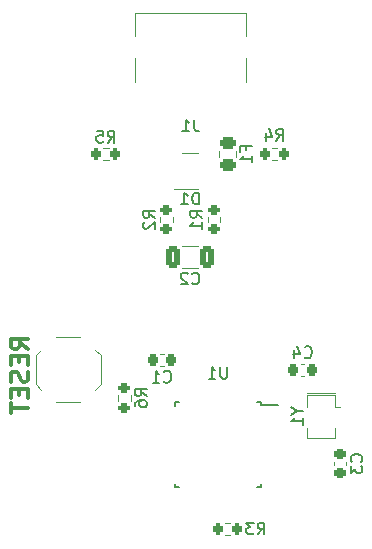
<source format=gbr>
%TF.GenerationSoftware,KiCad,Pcbnew,8.0.7*%
%TF.CreationDate,2025-02-15T22:59:02+05:30*%
%TF.ProjectId,isopcb,69736f70-6362-42e6-9b69-6361645f7063,rev?*%
%TF.SameCoordinates,Original*%
%TF.FileFunction,Legend,Bot*%
%TF.FilePolarity,Positive*%
%FSLAX46Y46*%
G04 Gerber Fmt 4.6, Leading zero omitted, Abs format (unit mm)*
G04 Created by KiCad (PCBNEW 8.0.7) date 2025-02-15 22:59:02*
%MOMM*%
%LPD*%
G01*
G04 APERTURE LIST*
G04 Aperture macros list*
%AMRoundRect*
0 Rectangle with rounded corners*
0 $1 Rounding radius*
0 $2 $3 $4 $5 $6 $7 $8 $9 X,Y pos of 4 corners*
0 Add a 4 corners polygon primitive as box body*
4,1,4,$2,$3,$4,$5,$6,$7,$8,$9,$2,$3,0*
0 Add four circle primitives for the rounded corners*
1,1,$1+$1,$2,$3*
1,1,$1+$1,$4,$5*
1,1,$1+$1,$6,$7*
1,1,$1+$1,$8,$9*
0 Add four rect primitives between the rounded corners*
20,1,$1+$1,$2,$3,$4,$5,0*
20,1,$1+$1,$4,$5,$6,$7,0*
20,1,$1+$1,$6,$7,$8,$9,0*
20,1,$1+$1,$8,$9,$2,$3,0*%
G04 Aperture macros list end*
%ADD10C,0.300000*%
%ADD11C,0.150000*%
%ADD12C,0.120000*%
%ADD13C,3.987800*%
%ADD14C,1.701800*%
%ADD15C,3.048000*%
%ADD16C,2.300000*%
%ADD17RoundRect,0.225000X0.250000X-0.225000X0.250000X0.225000X-0.250000X0.225000X-0.250000X-0.225000X0*%
%ADD18RoundRect,0.225000X-0.225000X-0.250000X0.225000X-0.250000X0.225000X0.250000X-0.225000X0.250000X0*%
%ADD19RoundRect,0.243750X-0.456250X0.243750X-0.456250X-0.243750X0.456250X-0.243750X0.456250X0.243750X0*%
%ADD20C,0.650000*%
%ADD21R,0.600000X1.450000*%
%ADD22R,0.300000X1.450000*%
%ADD23O,1.000000X1.600000*%
%ADD24O,1.000000X2.100000*%
%ADD25RoundRect,0.200000X-0.200000X-0.275000X0.200000X-0.275000X0.200000X0.275000X-0.200000X0.275000X0*%
%ADD26R,1.900000X0.400000*%
%ADD27RoundRect,0.200000X0.200000X0.275000X-0.200000X0.275000X-0.200000X-0.275000X0.200000X-0.275000X0*%
%ADD28RoundRect,0.200000X0.275000X-0.200000X0.275000X0.200000X-0.275000X0.200000X-0.275000X-0.200000X0*%
%ADD29RoundRect,0.250000X-0.325000X-0.650000X0.325000X-0.650000X0.325000X0.650000X-0.325000X0.650000X0*%
%ADD30RoundRect,0.225000X0.225000X0.250000X-0.225000X0.250000X-0.225000X-0.250000X0.225000X-0.250000X0*%
%ADD31RoundRect,0.200000X-0.275000X0.200000X-0.275000X-0.200000X0.275000X-0.200000X0.275000X0.200000X0*%
%ADD32R,1.000000X1.700000*%
%ADD33R,0.700000X1.000000*%
%ADD34R,0.700000X0.600000*%
%ADD35R,1.600000X0.550000*%
%ADD36R,0.550000X1.600000*%
G04 APERTURE END LIST*
D10*
X150603828Y-95068253D02*
X149889542Y-94568253D01*
X150603828Y-94211110D02*
X149103828Y-94211110D01*
X149103828Y-94211110D02*
X149103828Y-94782539D01*
X149103828Y-94782539D02*
X149175257Y-94925396D01*
X149175257Y-94925396D02*
X149246685Y-94996825D01*
X149246685Y-94996825D02*
X149389542Y-95068253D01*
X149389542Y-95068253D02*
X149603828Y-95068253D01*
X149603828Y-95068253D02*
X149746685Y-94996825D01*
X149746685Y-94996825D02*
X149818114Y-94925396D01*
X149818114Y-94925396D02*
X149889542Y-94782539D01*
X149889542Y-94782539D02*
X149889542Y-94211110D01*
X149818114Y-95711110D02*
X149818114Y-96211110D01*
X150603828Y-96425396D02*
X150603828Y-95711110D01*
X150603828Y-95711110D02*
X149103828Y-95711110D01*
X149103828Y-95711110D02*
X149103828Y-96425396D01*
X150532400Y-96996825D02*
X150603828Y-97211111D01*
X150603828Y-97211111D02*
X150603828Y-97568253D01*
X150603828Y-97568253D02*
X150532400Y-97711111D01*
X150532400Y-97711111D02*
X150460971Y-97782539D01*
X150460971Y-97782539D02*
X150318114Y-97853968D01*
X150318114Y-97853968D02*
X150175257Y-97853968D01*
X150175257Y-97853968D02*
X150032400Y-97782539D01*
X150032400Y-97782539D02*
X149960971Y-97711111D01*
X149960971Y-97711111D02*
X149889542Y-97568253D01*
X149889542Y-97568253D02*
X149818114Y-97282539D01*
X149818114Y-97282539D02*
X149746685Y-97139682D01*
X149746685Y-97139682D02*
X149675257Y-97068253D01*
X149675257Y-97068253D02*
X149532400Y-96996825D01*
X149532400Y-96996825D02*
X149389542Y-96996825D01*
X149389542Y-96996825D02*
X149246685Y-97068253D01*
X149246685Y-97068253D02*
X149175257Y-97139682D01*
X149175257Y-97139682D02*
X149103828Y-97282539D01*
X149103828Y-97282539D02*
X149103828Y-97639682D01*
X149103828Y-97639682D02*
X149175257Y-97853968D01*
X149818114Y-98496824D02*
X149818114Y-98996824D01*
X150603828Y-99211110D02*
X150603828Y-98496824D01*
X150603828Y-98496824D02*
X149103828Y-98496824D01*
X149103828Y-98496824D02*
X149103828Y-99211110D01*
X149103828Y-99639682D02*
X149103828Y-100496825D01*
X150603828Y-100068253D02*
X149103828Y-100068253D01*
D11*
X178784680Y-104620433D02*
X178832300Y-104572814D01*
X178832300Y-104572814D02*
X178879919Y-104429957D01*
X178879919Y-104429957D02*
X178879919Y-104334719D01*
X178879919Y-104334719D02*
X178832300Y-104191862D01*
X178832300Y-104191862D02*
X178737061Y-104096624D01*
X178737061Y-104096624D02*
X178641823Y-104049005D01*
X178641823Y-104049005D02*
X178451347Y-104001386D01*
X178451347Y-104001386D02*
X178308490Y-104001386D01*
X178308490Y-104001386D02*
X178118014Y-104049005D01*
X178118014Y-104049005D02*
X178022776Y-104096624D01*
X178022776Y-104096624D02*
X177927538Y-104191862D01*
X177927538Y-104191862D02*
X177879919Y-104334719D01*
X177879919Y-104334719D02*
X177879919Y-104429957D01*
X177879919Y-104429957D02*
X177927538Y-104572814D01*
X177927538Y-104572814D02*
X177975157Y-104620433D01*
X177879919Y-104953767D02*
X177879919Y-105572814D01*
X177879919Y-105572814D02*
X178260871Y-105239481D01*
X178260871Y-105239481D02*
X178260871Y-105382338D01*
X178260871Y-105382338D02*
X178308490Y-105477576D01*
X178308490Y-105477576D02*
X178356109Y-105525195D01*
X178356109Y-105525195D02*
X178451347Y-105572814D01*
X178451347Y-105572814D02*
X178689442Y-105572814D01*
X178689442Y-105572814D02*
X178784680Y-105525195D01*
X178784680Y-105525195D02*
X178832300Y-105477576D01*
X178832300Y-105477576D02*
X178879919Y-105382338D01*
X178879919Y-105382338D02*
X178879919Y-105096624D01*
X178879919Y-105096624D02*
X178832300Y-105001386D01*
X178832300Y-105001386D02*
X178784680Y-104953767D01*
X162081466Y-97827280D02*
X162129085Y-97874900D01*
X162129085Y-97874900D02*
X162271942Y-97922519D01*
X162271942Y-97922519D02*
X162367180Y-97922519D01*
X162367180Y-97922519D02*
X162510037Y-97874900D01*
X162510037Y-97874900D02*
X162605275Y-97779661D01*
X162605275Y-97779661D02*
X162652894Y-97684423D01*
X162652894Y-97684423D02*
X162700513Y-97493947D01*
X162700513Y-97493947D02*
X162700513Y-97351090D01*
X162700513Y-97351090D02*
X162652894Y-97160614D01*
X162652894Y-97160614D02*
X162605275Y-97065376D01*
X162605275Y-97065376D02*
X162510037Y-96970138D01*
X162510037Y-96970138D02*
X162367180Y-96922519D01*
X162367180Y-96922519D02*
X162271942Y-96922519D01*
X162271942Y-96922519D02*
X162129085Y-96970138D01*
X162129085Y-96970138D02*
X162081466Y-97017757D01*
X161129085Y-97922519D02*
X161700513Y-97922519D01*
X161414799Y-97922519D02*
X161414799Y-96922519D01*
X161414799Y-96922519D02*
X161510037Y-97065376D01*
X161510037Y-97065376D02*
X161605275Y-97160614D01*
X161605275Y-97160614D02*
X161700513Y-97208233D01*
X168989109Y-78242966D02*
X168989109Y-77909633D01*
X169512919Y-77909633D02*
X168512919Y-77909633D01*
X168512919Y-77909633D02*
X168512919Y-78385823D01*
X169512919Y-79290585D02*
X169512919Y-78719157D01*
X169512919Y-79004871D02*
X168512919Y-79004871D01*
X168512919Y-79004871D02*
X168655776Y-78909633D01*
X168655776Y-78909633D02*
X168751014Y-78814395D01*
X168751014Y-78814395D02*
X168798633Y-78719157D01*
X164629233Y-75662619D02*
X164629233Y-76376904D01*
X164629233Y-76376904D02*
X164676852Y-76519761D01*
X164676852Y-76519761D02*
X164772090Y-76615000D01*
X164772090Y-76615000D02*
X164914947Y-76662619D01*
X164914947Y-76662619D02*
X165010185Y-76662619D01*
X163629233Y-76662619D02*
X164200661Y-76662619D01*
X163914947Y-76662619D02*
X163914947Y-75662619D01*
X163914947Y-75662619D02*
X164010185Y-75805476D01*
X164010185Y-75805476D02*
X164105423Y-75900714D01*
X164105423Y-75900714D02*
X164200661Y-75948333D01*
X171605866Y-77443719D02*
X171939199Y-76967528D01*
X172177294Y-77443719D02*
X172177294Y-76443719D01*
X172177294Y-76443719D02*
X171796342Y-76443719D01*
X171796342Y-76443719D02*
X171701104Y-76491338D01*
X171701104Y-76491338D02*
X171653485Y-76538957D01*
X171653485Y-76538957D02*
X171605866Y-76634195D01*
X171605866Y-76634195D02*
X171605866Y-76777052D01*
X171605866Y-76777052D02*
X171653485Y-76872290D01*
X171653485Y-76872290D02*
X171701104Y-76919909D01*
X171701104Y-76919909D02*
X171796342Y-76967528D01*
X171796342Y-76967528D02*
X172177294Y-76967528D01*
X170748723Y-76777052D02*
X170748723Y-77443719D01*
X170986818Y-76396100D02*
X171224913Y-77110385D01*
X171224913Y-77110385D02*
X170605866Y-77110385D01*
X170018466Y-110779119D02*
X170351799Y-110302928D01*
X170589894Y-110779119D02*
X170589894Y-109779119D01*
X170589894Y-109779119D02*
X170208942Y-109779119D01*
X170208942Y-109779119D02*
X170113704Y-109826738D01*
X170113704Y-109826738D02*
X170066085Y-109874357D01*
X170066085Y-109874357D02*
X170018466Y-109969595D01*
X170018466Y-109969595D02*
X170018466Y-110112452D01*
X170018466Y-110112452D02*
X170066085Y-110207690D01*
X170066085Y-110207690D02*
X170113704Y-110255309D01*
X170113704Y-110255309D02*
X170208942Y-110302928D01*
X170208942Y-110302928D02*
X170589894Y-110302928D01*
X169685132Y-109779119D02*
X169066085Y-109779119D01*
X169066085Y-109779119D02*
X169399418Y-110160071D01*
X169399418Y-110160071D02*
X169256561Y-110160071D01*
X169256561Y-110160071D02*
X169161323Y-110207690D01*
X169161323Y-110207690D02*
X169113704Y-110255309D01*
X169113704Y-110255309D02*
X169066085Y-110350547D01*
X169066085Y-110350547D02*
X169066085Y-110588642D01*
X169066085Y-110588642D02*
X169113704Y-110683880D01*
X169113704Y-110683880D02*
X169161323Y-110731500D01*
X169161323Y-110731500D02*
X169256561Y-110779119D01*
X169256561Y-110779119D02*
X169542275Y-110779119D01*
X169542275Y-110779119D02*
X169637513Y-110731500D01*
X169637513Y-110731500D02*
X169685132Y-110683880D01*
X173386328Y-100304809D02*
X173862519Y-100304809D01*
X172862519Y-99971476D02*
X173386328Y-100304809D01*
X173386328Y-100304809D02*
X172862519Y-100638142D01*
X173862519Y-101495285D02*
X173862519Y-100923857D01*
X173862519Y-101209571D02*
X172862519Y-101209571D01*
X172862519Y-101209571D02*
X173005376Y-101114333D01*
X173005376Y-101114333D02*
X173100614Y-101019095D01*
X173100614Y-101019095D02*
X173148233Y-100923857D01*
X157319266Y-77601119D02*
X157652599Y-77124928D01*
X157890694Y-77601119D02*
X157890694Y-76601119D01*
X157890694Y-76601119D02*
X157509742Y-76601119D01*
X157509742Y-76601119D02*
X157414504Y-76648738D01*
X157414504Y-76648738D02*
X157366885Y-76696357D01*
X157366885Y-76696357D02*
X157319266Y-76791595D01*
X157319266Y-76791595D02*
X157319266Y-76934452D01*
X157319266Y-76934452D02*
X157366885Y-77029690D01*
X157366885Y-77029690D02*
X157414504Y-77077309D01*
X157414504Y-77077309D02*
X157509742Y-77124928D01*
X157509742Y-77124928D02*
X157890694Y-77124928D01*
X156414504Y-76601119D02*
X156890694Y-76601119D01*
X156890694Y-76601119D02*
X156938313Y-77077309D01*
X156938313Y-77077309D02*
X156890694Y-77029690D01*
X156890694Y-77029690D02*
X156795456Y-76982071D01*
X156795456Y-76982071D02*
X156557361Y-76982071D01*
X156557361Y-76982071D02*
X156462123Y-77029690D01*
X156462123Y-77029690D02*
X156414504Y-77077309D01*
X156414504Y-77077309D02*
X156366885Y-77172547D01*
X156366885Y-77172547D02*
X156366885Y-77410642D01*
X156366885Y-77410642D02*
X156414504Y-77505880D01*
X156414504Y-77505880D02*
X156462123Y-77553500D01*
X156462123Y-77553500D02*
X156557361Y-77601119D01*
X156557361Y-77601119D02*
X156795456Y-77601119D01*
X156795456Y-77601119D02*
X156890694Y-77553500D01*
X156890694Y-77553500D02*
X156938313Y-77505880D01*
X160624819Y-99045833D02*
X160148628Y-98712500D01*
X160624819Y-98474405D02*
X159624819Y-98474405D01*
X159624819Y-98474405D02*
X159624819Y-98855357D01*
X159624819Y-98855357D02*
X159672438Y-98950595D01*
X159672438Y-98950595D02*
X159720057Y-98998214D01*
X159720057Y-98998214D02*
X159815295Y-99045833D01*
X159815295Y-99045833D02*
X159958152Y-99045833D01*
X159958152Y-99045833D02*
X160053390Y-98998214D01*
X160053390Y-98998214D02*
X160101009Y-98950595D01*
X160101009Y-98950595D02*
X160148628Y-98855357D01*
X160148628Y-98855357D02*
X160148628Y-98474405D01*
X159624819Y-99902976D02*
X159624819Y-99712500D01*
X159624819Y-99712500D02*
X159672438Y-99617262D01*
X159672438Y-99617262D02*
X159720057Y-99569643D01*
X159720057Y-99569643D02*
X159862914Y-99474405D01*
X159862914Y-99474405D02*
X160053390Y-99426786D01*
X160053390Y-99426786D02*
X160434342Y-99426786D01*
X160434342Y-99426786D02*
X160529580Y-99474405D01*
X160529580Y-99474405D02*
X160577200Y-99522024D01*
X160577200Y-99522024D02*
X160624819Y-99617262D01*
X160624819Y-99617262D02*
X160624819Y-99807738D01*
X160624819Y-99807738D02*
X160577200Y-99902976D01*
X160577200Y-99902976D02*
X160529580Y-99950595D01*
X160529580Y-99950595D02*
X160434342Y-99998214D01*
X160434342Y-99998214D02*
X160196247Y-99998214D01*
X160196247Y-99998214D02*
X160101009Y-99950595D01*
X160101009Y-99950595D02*
X160053390Y-99902976D01*
X160053390Y-99902976D02*
X160005771Y-99807738D01*
X160005771Y-99807738D02*
X160005771Y-99617262D01*
X160005771Y-99617262D02*
X160053390Y-99522024D01*
X160053390Y-99522024D02*
X160101009Y-99474405D01*
X160101009Y-99474405D02*
X160196247Y-99426786D01*
X164462566Y-89516580D02*
X164510185Y-89564200D01*
X164510185Y-89564200D02*
X164653042Y-89611819D01*
X164653042Y-89611819D02*
X164748280Y-89611819D01*
X164748280Y-89611819D02*
X164891137Y-89564200D01*
X164891137Y-89564200D02*
X164986375Y-89468961D01*
X164986375Y-89468961D02*
X165033994Y-89373723D01*
X165033994Y-89373723D02*
X165081613Y-89183247D01*
X165081613Y-89183247D02*
X165081613Y-89040390D01*
X165081613Y-89040390D02*
X165033994Y-88849914D01*
X165033994Y-88849914D02*
X164986375Y-88754676D01*
X164986375Y-88754676D02*
X164891137Y-88659438D01*
X164891137Y-88659438D02*
X164748280Y-88611819D01*
X164748280Y-88611819D02*
X164653042Y-88611819D01*
X164653042Y-88611819D02*
X164510185Y-88659438D01*
X164510185Y-88659438D02*
X164462566Y-88707057D01*
X164081613Y-88707057D02*
X164033994Y-88659438D01*
X164033994Y-88659438D02*
X163938756Y-88611819D01*
X163938756Y-88611819D02*
X163700661Y-88611819D01*
X163700661Y-88611819D02*
X163605423Y-88659438D01*
X163605423Y-88659438D02*
X163557804Y-88707057D01*
X163557804Y-88707057D02*
X163510185Y-88802295D01*
X163510185Y-88802295D02*
X163510185Y-88897533D01*
X163510185Y-88897533D02*
X163557804Y-89040390D01*
X163557804Y-89040390D02*
X164129232Y-89611819D01*
X164129232Y-89611819D02*
X163510185Y-89611819D01*
X173986966Y-95760980D02*
X174034585Y-95808600D01*
X174034585Y-95808600D02*
X174177442Y-95856219D01*
X174177442Y-95856219D02*
X174272680Y-95856219D01*
X174272680Y-95856219D02*
X174415537Y-95808600D01*
X174415537Y-95808600D02*
X174510775Y-95713361D01*
X174510775Y-95713361D02*
X174558394Y-95618123D01*
X174558394Y-95618123D02*
X174606013Y-95427647D01*
X174606013Y-95427647D02*
X174606013Y-95284790D01*
X174606013Y-95284790D02*
X174558394Y-95094314D01*
X174558394Y-95094314D02*
X174510775Y-94999076D01*
X174510775Y-94999076D02*
X174415537Y-94903838D01*
X174415537Y-94903838D02*
X174272680Y-94856219D01*
X174272680Y-94856219D02*
X174177442Y-94856219D01*
X174177442Y-94856219D02*
X174034585Y-94903838D01*
X174034585Y-94903838D02*
X173986966Y-94951457D01*
X173129823Y-95189552D02*
X173129823Y-95856219D01*
X173367918Y-94808600D02*
X173606013Y-95522885D01*
X173606013Y-95522885D02*
X172986966Y-95522885D01*
X165320719Y-83965533D02*
X164844528Y-83632200D01*
X165320719Y-83394105D02*
X164320719Y-83394105D01*
X164320719Y-83394105D02*
X164320719Y-83775057D01*
X164320719Y-83775057D02*
X164368338Y-83870295D01*
X164368338Y-83870295D02*
X164415957Y-83917914D01*
X164415957Y-83917914D02*
X164511195Y-83965533D01*
X164511195Y-83965533D02*
X164654052Y-83965533D01*
X164654052Y-83965533D02*
X164749290Y-83917914D01*
X164749290Y-83917914D02*
X164796909Y-83870295D01*
X164796909Y-83870295D02*
X164844528Y-83775057D01*
X164844528Y-83775057D02*
X164844528Y-83394105D01*
X165320719Y-84917914D02*
X165320719Y-84346486D01*
X165320719Y-84632200D02*
X164320719Y-84632200D01*
X164320719Y-84632200D02*
X164463576Y-84536962D01*
X164463576Y-84536962D02*
X164558814Y-84441724D01*
X164558814Y-84441724D02*
X164606433Y-84346486D01*
X161320719Y-83965533D02*
X160844528Y-83632200D01*
X161320719Y-83394105D02*
X160320719Y-83394105D01*
X160320719Y-83394105D02*
X160320719Y-83775057D01*
X160320719Y-83775057D02*
X160368338Y-83870295D01*
X160368338Y-83870295D02*
X160415957Y-83917914D01*
X160415957Y-83917914D02*
X160511195Y-83965533D01*
X160511195Y-83965533D02*
X160654052Y-83965533D01*
X160654052Y-83965533D02*
X160749290Y-83917914D01*
X160749290Y-83917914D02*
X160796909Y-83870295D01*
X160796909Y-83870295D02*
X160844528Y-83775057D01*
X160844528Y-83775057D02*
X160844528Y-83394105D01*
X160415957Y-84346486D02*
X160368338Y-84394105D01*
X160368338Y-84394105D02*
X160320719Y-84489343D01*
X160320719Y-84489343D02*
X160320719Y-84727438D01*
X160320719Y-84727438D02*
X160368338Y-84822676D01*
X160368338Y-84822676D02*
X160415957Y-84870295D01*
X160415957Y-84870295D02*
X160511195Y-84917914D01*
X160511195Y-84917914D02*
X160606433Y-84917914D01*
X160606433Y-84917914D02*
X160749290Y-84870295D01*
X160749290Y-84870295D02*
X161320719Y-84298867D01*
X161320719Y-84298867D02*
X161320719Y-84917914D01*
X165053994Y-82844819D02*
X165053994Y-81844819D01*
X165053994Y-81844819D02*
X164815899Y-81844819D01*
X164815899Y-81844819D02*
X164673042Y-81892438D01*
X164673042Y-81892438D02*
X164577804Y-81987676D01*
X164577804Y-81987676D02*
X164530185Y-82082914D01*
X164530185Y-82082914D02*
X164482566Y-82273390D01*
X164482566Y-82273390D02*
X164482566Y-82416247D01*
X164482566Y-82416247D02*
X164530185Y-82606723D01*
X164530185Y-82606723D02*
X164577804Y-82701961D01*
X164577804Y-82701961D02*
X164673042Y-82797200D01*
X164673042Y-82797200D02*
X164815899Y-82844819D01*
X164815899Y-82844819D02*
X165053994Y-82844819D01*
X163530185Y-82844819D02*
X164101613Y-82844819D01*
X163815899Y-82844819D02*
X163815899Y-81844819D01*
X163815899Y-81844819D02*
X163911137Y-81987676D01*
X163911137Y-81987676D02*
X164006375Y-82082914D01*
X164006375Y-82082914D02*
X164101613Y-82130533D01*
X167438904Y-96585819D02*
X167438904Y-97395342D01*
X167438904Y-97395342D02*
X167391285Y-97490580D01*
X167391285Y-97490580D02*
X167343666Y-97538200D01*
X167343666Y-97538200D02*
X167248428Y-97585819D01*
X167248428Y-97585819D02*
X167057952Y-97585819D01*
X167057952Y-97585819D02*
X166962714Y-97538200D01*
X166962714Y-97538200D02*
X166915095Y-97490580D01*
X166915095Y-97490580D02*
X166867476Y-97395342D01*
X166867476Y-97395342D02*
X166867476Y-96585819D01*
X165867476Y-97585819D02*
X166438904Y-97585819D01*
X166153190Y-97585819D02*
X166153190Y-96585819D01*
X166153190Y-96585819D02*
X166248428Y-96728676D01*
X166248428Y-96728676D02*
X166343666Y-96823914D01*
X166343666Y-96823914D02*
X166438904Y-96871533D01*
D12*
%TO.C,C3*%
X176485100Y-104927680D02*
X176485100Y-104646520D01*
X177505100Y-104927680D02*
X177505100Y-104646520D01*
%TO.C,C1*%
X161774220Y-95527700D02*
X162055380Y-95527700D01*
X161774220Y-96547700D02*
X162055380Y-96547700D01*
%TO.C,F1*%
X166760700Y-78317722D02*
X166760700Y-78834878D01*
X168180700Y-78317722D02*
X168180700Y-78834878D01*
%TO.C,J1*%
X159595900Y-66662800D02*
X168995900Y-66662800D01*
X159595900Y-68562800D02*
X159595900Y-66662800D01*
X159595900Y-72462800D02*
X159595900Y-70462800D01*
X168995900Y-68562800D02*
X168995900Y-66662800D01*
X168995900Y-72462800D02*
X168995900Y-70462800D01*
%TO.C,R4*%
X171201942Y-78053800D02*
X171676458Y-78053800D01*
X171201942Y-79098800D02*
X171676458Y-79098800D01*
%TO.C,R3*%
X167233442Y-109801800D02*
X167707958Y-109801800D01*
X167233442Y-110846800D02*
X167707958Y-110846800D01*
%TO.C,Y1*%
X174207700Y-98781000D02*
X176207700Y-98781000D01*
X174207700Y-98981000D02*
X174207700Y-99981000D01*
X174207700Y-101781000D02*
X174207700Y-102581000D01*
X174207700Y-102581000D02*
X176207700Y-102581000D01*
X176207700Y-98781000D02*
X176607700Y-98781000D01*
X176207700Y-98981000D02*
X174207700Y-98981000D01*
X176207700Y-98981000D02*
X176607700Y-98981000D01*
X176207700Y-102581000D02*
X176607700Y-102581000D01*
X176607700Y-99981000D02*
X176607700Y-98981000D01*
X176607700Y-99981000D02*
X177007700Y-99981000D01*
X176607700Y-102581000D02*
X176607700Y-101781000D01*
%TO.C,R5*%
X157389858Y-78053800D02*
X156915342Y-78053800D01*
X157389858Y-79098800D02*
X156915342Y-79098800D01*
%TO.C,R6*%
X158217500Y-99449758D02*
X158217500Y-98975242D01*
X159262500Y-99449758D02*
X159262500Y-98975242D01*
%TO.C,C2*%
X163584648Y-86397000D02*
X165007152Y-86397000D01*
X163584648Y-88217000D02*
X165007152Y-88217000D01*
%TO.C,C4*%
X173960880Y-96321400D02*
X173679720Y-96321400D01*
X173960880Y-97341400D02*
X173679720Y-97341400D01*
%TO.C,R1*%
X165773400Y-83894942D02*
X165773400Y-84369458D01*
X166818400Y-83894942D02*
X166818400Y-84369458D01*
%TO.C,SW2*%
X151227800Y-95581400D02*
X151227800Y-98081400D01*
X151677800Y-95131400D02*
X151227800Y-95581400D01*
X151677800Y-98531400D02*
X151227800Y-98081400D01*
X152977800Y-94081400D02*
X154977800Y-94081400D01*
X152977800Y-99581400D02*
X154977800Y-99581400D01*
X156277800Y-95131400D02*
X156727800Y-95581400D01*
X156277800Y-98531400D02*
X156727800Y-98081400D01*
X156727800Y-95581400D02*
X156727800Y-98081400D01*
%TO.C,R2*%
X161773400Y-83894942D02*
X161773400Y-84369458D01*
X162818400Y-83894942D02*
X162818400Y-84369458D01*
%TO.C,D1*%
X163645900Y-78450000D02*
X164945900Y-78450000D01*
X164945900Y-81570000D02*
X162945900Y-81570000D01*
D11*
%TO.C,U1*%
X163052000Y-99556000D02*
X163052000Y-99881000D01*
X163052000Y-99556000D02*
X163377000Y-99556000D01*
X163052000Y-106806000D02*
X163052000Y-106481000D01*
X163052000Y-106806000D02*
X163377000Y-106806000D01*
X170302000Y-99556000D02*
X169977000Y-99556000D01*
X170302000Y-99556000D02*
X170302000Y-99781000D01*
X170302000Y-99781000D02*
X171727000Y-99781000D01*
X170302000Y-106806000D02*
X169977000Y-106806000D01*
X170302000Y-106806000D02*
X170302000Y-106481000D01*
%TD*%
%LPC*%
D13*
%TO.C,SW1*%
X158422000Y-81718600D03*
X158422000Y-105594600D03*
D14*
X161597000Y-93656600D03*
D13*
X166677000Y-93656600D03*
D14*
X171757000Y-93656600D03*
D15*
X173662000Y-81718600D03*
X173662000Y-105594600D03*
D16*
X162867000Y-91116600D03*
X169217000Y-88576600D03*
%TD*%
D17*
%TO.C,C3*%
X176995100Y-105562100D03*
X176995100Y-104012100D03*
%TD*%
D18*
%TO.C,C1*%
X161139800Y-96037700D03*
X162689800Y-96037700D03*
%TD*%
D19*
%TO.C,F1*%
X167470700Y-77638800D03*
X167470700Y-79513800D03*
%TD*%
D20*
%TO.C,J1*%
X161405900Y-73162800D03*
X167185900Y-73162800D03*
D21*
X161045900Y-74607800D03*
X161845900Y-74607800D03*
D22*
X163045900Y-74607800D03*
X164045900Y-74607800D03*
X164545900Y-74607800D03*
X165545900Y-74607800D03*
D21*
X166745900Y-74607800D03*
X167545900Y-74607800D03*
X167545900Y-74607800D03*
X166745900Y-74607800D03*
D22*
X166045900Y-74607800D03*
X165045900Y-74607800D03*
X163545900Y-74607800D03*
X162545900Y-74607800D03*
D21*
X161845900Y-74607800D03*
X161045900Y-74607800D03*
D23*
X159975900Y-69512800D03*
D24*
X159975900Y-73692800D03*
D23*
X168615900Y-69512800D03*
D24*
X168615900Y-73692800D03*
%TD*%
D25*
%TO.C,R4*%
X170614200Y-78576300D03*
X172264200Y-78576300D03*
%TD*%
%TO.C,R3*%
X166645700Y-110324300D03*
X168295700Y-110324300D03*
%TD*%
D26*
%TO.C,Y1*%
X175407700Y-99581000D03*
X175407700Y-100781000D03*
X175407700Y-101981000D03*
%TD*%
D27*
%TO.C,R5*%
X157977600Y-78576300D03*
X156327600Y-78576300D03*
%TD*%
D28*
%TO.C,R6*%
X158740000Y-100037500D03*
X158740000Y-98387500D03*
%TD*%
D29*
%TO.C,C2*%
X162820900Y-87307000D03*
X165770900Y-87307000D03*
%TD*%
D30*
%TO.C,C4*%
X174595300Y-96831400D03*
X173045300Y-96831400D03*
%TD*%
D31*
%TO.C,R1*%
X166295900Y-83307200D03*
X166295900Y-84957200D03*
%TD*%
D32*
%TO.C,SW2*%
X152077800Y-93681400D03*
X152077800Y-99981400D03*
X155877800Y-93681400D03*
X155877800Y-99981400D03*
%TD*%
D31*
%TO.C,R2*%
X162295900Y-83307200D03*
X162295900Y-84957200D03*
%TD*%
D33*
%TO.C,D1*%
X163295900Y-80760000D03*
D34*
X163295900Y-79060000D03*
X165295900Y-79060000D03*
X165295900Y-80960000D03*
%TD*%
D35*
%TO.C,U1*%
X170927000Y-100381000D03*
X170927000Y-101181000D03*
X170927000Y-101981000D03*
X170927000Y-102781000D03*
X170927000Y-103581000D03*
X170927000Y-104381000D03*
X170927000Y-105181000D03*
X170927000Y-105981000D03*
D36*
X169477000Y-107431000D03*
X168677000Y-107431000D03*
X167877000Y-107431000D03*
X167077000Y-107431000D03*
X166277000Y-107431000D03*
X165477000Y-107431000D03*
X164677000Y-107431000D03*
X163877000Y-107431000D03*
D35*
X162427000Y-105981000D03*
X162427000Y-105181000D03*
X162427000Y-104381000D03*
X162427000Y-103581000D03*
X162427000Y-102781000D03*
X162427000Y-101981000D03*
X162427000Y-101181000D03*
X162427000Y-100381000D03*
D36*
X163877000Y-98931000D03*
X164677000Y-98931000D03*
X165477000Y-98931000D03*
X166277000Y-98931000D03*
X167077000Y-98931000D03*
X167877000Y-98931000D03*
X168677000Y-98931000D03*
X169477000Y-98931000D03*
%TD*%
%LPD*%
M02*

</source>
